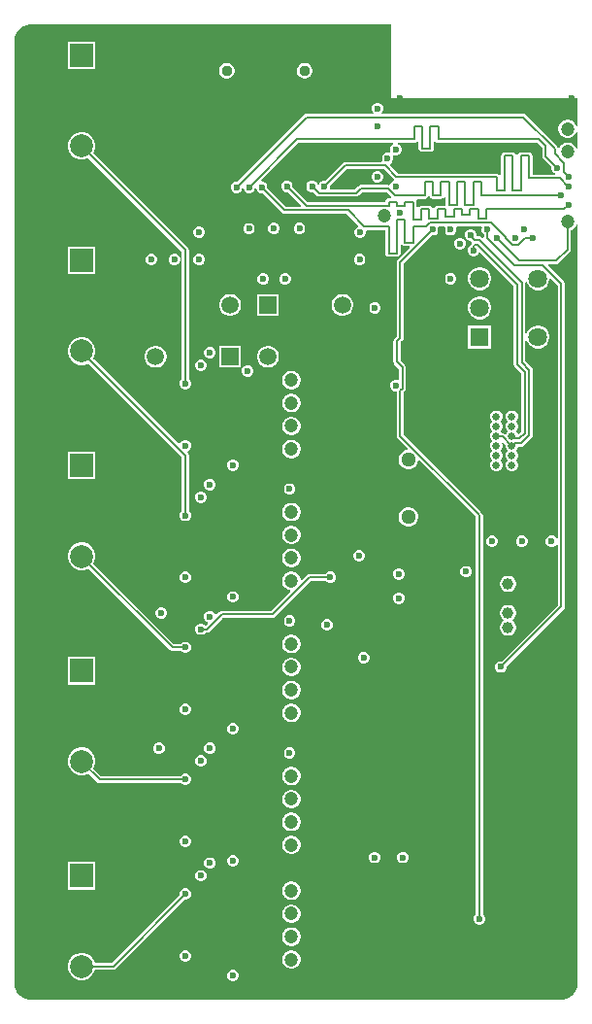
<source format=gbl>
G04*
G04 #@! TF.GenerationSoftware,Altium Limited,Altium Designer,25.3.3 (18)*
G04*
G04 Layer_Physical_Order=6*
G04 Layer_Color=16711680*
%FSLAX44Y44*%
%MOMM*%
G71*
G04*
G04 #@! TF.SameCoordinates,E74E417C-EFC3-4B03-BFDF-08B39AB8E956*
G04*
G04*
G04 #@! TF.FilePolarity,Positive*
G04*
G01*
G75*
%ADD14C,0.2000*%
%ADD84C,0.6000*%
%ADD87C,1.2000*%
%ADD88C,1.0000*%
%ADD96C,0.9500*%
%ADD97C,2.0000*%
%ADD98R,2.0000X2.0000*%
%ADD99C,0.6500*%
%ADD100R,0.6500X0.6500*%
%ADD101O,2.4000X0.9000*%
%ADD102O,1.7000X0.9000*%
%ADD103C,0.5000*%
%ADD104C,1.6350*%
%ADD105R,1.6350X1.6350*%
%ADD106R,1.5080X1.5080*%
%ADD107C,1.5080*%
%ADD108C,1.2800*%
G36*
X20003Y844902D02*
X20145Y844902D01*
X333791D01*
X334000Y781000D01*
X334155Y780845D01*
X496902D01*
Y756593D01*
X495632Y756426D01*
X495455Y757088D01*
X494402Y758912D01*
X492912Y760402D01*
X491088Y761455D01*
X489053Y762000D01*
X486947D01*
X484912Y761455D01*
X483088Y760402D01*
X481598Y758912D01*
X480545Y757088D01*
X480000Y755053D01*
Y752947D01*
X480545Y750912D01*
X481598Y749088D01*
X483088Y747598D01*
X484912Y746545D01*
X486947Y746000D01*
X489053D01*
X491088Y746545D01*
X492912Y747598D01*
X494402Y749088D01*
X495455Y750912D01*
X495632Y751574D01*
X496902Y751407D01*
Y736592D01*
X495632Y736425D01*
X495454Y737088D01*
X494401Y738912D01*
X492912Y740402D01*
X491088Y741455D01*
X489053Y742000D01*
X486946D01*
X484912Y741455D01*
X483088Y740402D01*
X481598Y738912D01*
X480974Y737831D01*
X480326Y737813D01*
X479579Y737955D01*
X479023Y738788D01*
X479023Y738788D01*
X451648Y766163D01*
X450656Y766826D01*
X449485Y767059D01*
X449485Y767059D01*
X326126D01*
X325600Y768329D01*
X326239Y768968D01*
X327000Y770805D01*
Y772794D01*
X326239Y774632D01*
X324832Y776039D01*
X322995Y776800D01*
X321005D01*
X319168Y776039D01*
X317761Y774632D01*
X317000Y772794D01*
Y770805D01*
X317761Y768968D01*
X318400Y768329D01*
X317874Y767059D01*
X260000D01*
X260000Y767059D01*
X258829Y766826D01*
X257837Y766163D01*
X199674Y708000D01*
X198005D01*
X196168Y707239D01*
X194761Y705832D01*
X194000Y703995D01*
Y702005D01*
X194761Y700168D01*
X196168Y698761D01*
X198005Y698000D01*
X199995D01*
X201832Y698761D01*
X203239Y700168D01*
X203827Y701587D01*
X205173D01*
X205761Y700168D01*
X207168Y698761D01*
X209005Y698000D01*
X210995D01*
X212832Y698761D01*
X214239Y700168D01*
X214827Y701587D01*
X216173D01*
X216761Y700168D01*
X218168Y698761D01*
X220005Y698000D01*
X221674D01*
X238837Y680837D01*
X239829Y680174D01*
X241000Y679941D01*
X295218D01*
X305142Y670017D01*
X304844Y668519D01*
X304168Y668239D01*
X302761Y666832D01*
X302000Y664995D01*
Y663005D01*
X302761Y661168D01*
X304168Y659761D01*
X306005Y659000D01*
X307994D01*
X309832Y659761D01*
X311239Y661168D01*
X312000Y663005D01*
Y664995D01*
X312633Y665941D01*
X328940D01*
Y645600D01*
X329172Y644429D01*
X329835Y643437D01*
X330828Y642774D01*
X331998Y642541D01*
X339078D01*
X340249Y642774D01*
X341241Y643437D01*
X341904Y644429D01*
X342137Y645600D01*
Y652787D01*
X342346Y652934D01*
X343995Y652732D01*
X344988Y652069D01*
X346158Y651836D01*
X349851D01*
X350337Y650663D01*
X339837Y640163D01*
X339174Y639170D01*
X338941Y638000D01*
X338941Y638000D01*
Y573252D01*
X336837Y571148D01*
X336174Y570156D01*
X335941Y568985D01*
X335941Y568985D01*
Y550950D01*
X335941Y550950D01*
X336174Y549780D01*
X336837Y548787D01*
X340941Y544683D01*
Y535969D01*
X339671Y535120D01*
X338995Y535400D01*
X337006D01*
X335168Y534639D01*
X333761Y533233D01*
X333000Y531395D01*
Y529406D01*
X333761Y527568D01*
X335168Y526161D01*
X337006Y525400D01*
X338941D01*
Y486294D01*
X338941Y486294D01*
X339174Y485123D01*
X339837Y484131D01*
X348395Y475573D01*
X348144Y474969D01*
X347798Y474374D01*
X345758Y473828D01*
X343842Y472722D01*
X342278Y471158D01*
X341172Y469242D01*
X340600Y467106D01*
Y464894D01*
X341172Y462758D01*
X342278Y460842D01*
X343842Y459278D01*
X345758Y458172D01*
X347894Y457600D01*
X350106D01*
X352242Y458172D01*
X354158Y459278D01*
X355722Y460842D01*
X356828Y462758D01*
X357374Y464798D01*
X357969Y465144D01*
X358573Y465395D01*
X407941Y416026D01*
Y69512D01*
X406761Y68332D01*
X406000Y66494D01*
Y64505D01*
X406761Y62668D01*
X408168Y61261D01*
X410005Y60500D01*
X411995D01*
X413832Y61261D01*
X415239Y62668D01*
X416000Y64505D01*
Y66494D01*
X415239Y68332D01*
X414059Y69512D01*
Y417293D01*
X414059Y417294D01*
X413826Y418464D01*
X413163Y419456D01*
X345059Y487561D01*
Y524648D01*
X346163Y525752D01*
X346163Y525752D01*
X346826Y526744D01*
X347059Y527915D01*
Y545950D01*
X346826Y547121D01*
X346163Y548113D01*
X346163Y548113D01*
X342059Y552217D01*
Y567718D01*
X344163Y569822D01*
X344826Y570815D01*
X345059Y571985D01*
X345059Y571985D01*
Y636733D01*
X369326Y661000D01*
X370994D01*
X372832Y661761D01*
X374239Y663167D01*
X375000Y665005D01*
Y666994D01*
X374720Y667671D01*
X375568Y668941D01*
X380432D01*
X381280Y667671D01*
X381000Y666994D01*
Y665005D01*
X381761Y663167D01*
X383168Y661761D01*
X385005Y661000D01*
X386995D01*
X388832Y661761D01*
X390239Y663167D01*
X391000Y665005D01*
Y666994D01*
X390720Y667671D01*
X391568Y668941D01*
X412431D01*
X413280Y667671D01*
X413000Y666994D01*
Y665005D01*
X413761Y663167D01*
X414941Y661988D01*
Y659323D01*
X413671Y658797D01*
X413041Y659426D01*
X412049Y660089D01*
X410879Y660322D01*
X410878Y660322D01*
X408598D01*
X408485Y660491D01*
Y662480D01*
X407724Y664317D01*
X406317Y665724D01*
X404480Y666485D01*
X402491D01*
X400653Y665724D01*
X399246Y664317D01*
X398485Y662480D01*
Y660491D01*
X399246Y658653D01*
X400653Y657246D01*
X402491Y656485D01*
X403077D01*
X403871Y655691D01*
X404191Y654411D01*
X403987Y653890D01*
X403567Y653262D01*
X403381Y652327D01*
X403168Y652239D01*
X401761Y650832D01*
X401000Y648995D01*
Y647005D01*
X401761Y645168D01*
X403168Y643761D01*
X405005Y643000D01*
X406995D01*
X408832Y643761D01*
X410239Y645168D01*
X410519Y645844D01*
X412017Y646142D01*
X440941Y617218D01*
Y548646D01*
X440941Y548645D01*
X441174Y547475D01*
X441837Y546483D01*
X447491Y540828D01*
Y489978D01*
X445562Y488049D01*
X444064Y488347D01*
X443700Y489224D01*
X442425Y490500D01*
X443700Y491776D01*
X444500Y493705D01*
Y495794D01*
X443700Y497724D01*
X442424Y499000D01*
X443700Y500276D01*
X444500Y502206D01*
Y504295D01*
X443700Y506224D01*
X442224Y507701D01*
X440294Y508500D01*
X438205D01*
X436276Y507701D01*
X434799Y506224D01*
X434000Y504295D01*
Y502206D01*
X434799Y500276D01*
X436075Y499000D01*
X434799Y497724D01*
X434000Y495794D01*
Y493705D01*
X434799Y491776D01*
X436075Y490500D01*
X434799Y489224D01*
X434436Y488347D01*
X433814Y488091D01*
X432914Y487990D01*
X432171Y488487D01*
X431000Y488719D01*
X431000Y488719D01*
X430410D01*
X430201Y489224D01*
X428925Y490500D01*
X430201Y491776D01*
X431000Y493705D01*
Y495794D01*
X430201Y497724D01*
X428925Y499000D01*
X430201Y500276D01*
X431000Y502206D01*
Y504295D01*
X430201Y506224D01*
X428724Y507701D01*
X426795Y508500D01*
X424706D01*
X422776Y507701D01*
X421300Y506224D01*
X420500Y504295D01*
Y502206D01*
X421300Y500276D01*
X422576Y499000D01*
X421300Y497724D01*
X420500Y495794D01*
Y493705D01*
X421300Y491776D01*
X422575Y490500D01*
X421300Y489224D01*
X420500Y487294D01*
Y485206D01*
X421300Y483276D01*
X422575Y482000D01*
X421300Y480724D01*
X420500Y478794D01*
Y476706D01*
X421300Y474776D01*
X422575Y473500D01*
X421300Y472224D01*
X420500Y470295D01*
Y468206D01*
X421300Y466276D01*
X422576Y465000D01*
X421300Y463724D01*
X420500Y461794D01*
Y459706D01*
X421300Y457776D01*
X422776Y456299D01*
X424706Y455500D01*
X426795D01*
X428724Y456299D01*
X430201Y457776D01*
X431000Y459706D01*
Y461794D01*
X430201Y463724D01*
X428925Y465000D01*
X430201Y466276D01*
X431000Y468206D01*
Y470295D01*
X430201Y472224D01*
X428925Y473500D01*
X430201Y474776D01*
X431000Y476706D01*
Y478794D01*
X430474Y480065D01*
X431550Y480785D01*
X434000Y478335D01*
Y476706D01*
X434799Y474776D01*
X436075Y473500D01*
X434799Y472224D01*
X434000Y470295D01*
Y468206D01*
X434799Y466276D01*
X436075Y465000D01*
X434799Y463724D01*
X434000Y461794D01*
Y459706D01*
X434799Y457776D01*
X436276Y456299D01*
X438205Y455500D01*
X440294D01*
X442224Y456299D01*
X443700Y457776D01*
X444500Y459706D01*
Y461794D01*
X443700Y463724D01*
X442424Y465000D01*
X443700Y466276D01*
X444500Y468206D01*
Y470295D01*
X443700Y472224D01*
X442425Y473500D01*
X443700Y474776D01*
X444500Y476706D01*
Y476941D01*
X447495D01*
X447496Y476941D01*
X448666Y477174D01*
X449659Y477837D01*
X456713Y484892D01*
X456713Y484892D01*
X457376Y485884D01*
X457609Y487054D01*
Y543752D01*
X457609Y543752D01*
X457376Y544923D01*
X456713Y545915D01*
X451059Y551569D01*
Y569213D01*
X452329Y569380D01*
X452518Y568673D01*
X453858Y566353D01*
X455752Y564458D01*
X458073Y563119D01*
X460660Y562425D01*
X463340D01*
X465927Y563119D01*
X468248Y564458D01*
X470142Y566353D01*
X471482Y568673D01*
X472175Y571260D01*
Y573940D01*
X471482Y576527D01*
X470142Y578848D01*
X468248Y580742D01*
X465927Y582082D01*
X463340Y582775D01*
X460660D01*
X458073Y582082D01*
X455752Y580742D01*
X453858Y578848D01*
X452518Y576527D01*
X452329Y575820D01*
X451059Y575987D01*
Y620142D01*
X451059Y620142D01*
X452291Y620322D01*
X452518Y619473D01*
X453858Y617152D01*
X455752Y615258D01*
X458073Y613918D01*
X460660Y613225D01*
X463340D01*
X465927Y613918D01*
X468248Y615258D01*
X470142Y617152D01*
X471482Y619473D01*
X472175Y622061D01*
Y623044D01*
X473348Y623530D01*
X479441Y617437D01*
Y397748D01*
X478508Y397425D01*
X478171Y397400D01*
X476832Y398739D01*
X474995Y399500D01*
X473005D01*
X471168Y398739D01*
X469761Y397332D01*
X469000Y395494D01*
Y393505D01*
X469761Y391668D01*
X471168Y390261D01*
X473005Y389500D01*
X474995D01*
X476832Y390261D01*
X478171Y391600D01*
X478508Y391575D01*
X479441Y391252D01*
Y338767D01*
X430674Y290000D01*
X429005D01*
X427168Y289239D01*
X425761Y287832D01*
X425000Y285995D01*
Y284005D01*
X425761Y282168D01*
X427168Y280761D01*
X429005Y280000D01*
X430995D01*
X432832Y280761D01*
X434239Y282168D01*
X435000Y284005D01*
Y285674D01*
X484663Y335337D01*
X484663Y335337D01*
X485326Y336329D01*
X485559Y337500D01*
X485559Y337500D01*
Y618704D01*
X485559Y618704D01*
X485326Y619874D01*
X484663Y620867D01*
X484663Y620867D01*
X470762Y634768D01*
X471248Y635941D01*
X478000D01*
X478000Y635941D01*
X479170Y636174D01*
X480163Y636837D01*
X490163Y646837D01*
X490163Y646837D01*
X490826Y647830D01*
X491059Y649000D01*
Y665537D01*
X491088Y665545D01*
X492912Y666598D01*
X494402Y668088D01*
X495455Y669912D01*
X495632Y670574D01*
X496902Y670407D01*
X496903Y10000D01*
Y8532D01*
X496330Y5653D01*
X495206Y2941D01*
X493576Y500D01*
X491500Y-1575D01*
X489059Y-3206D01*
X486347Y-4329D01*
X483468Y-4902D01*
X482063Y-4902D01*
X20319Y-4902D01*
X20317Y-4902D01*
X20315Y-4902D01*
X19996Y-4902D01*
X18532D01*
X15653Y-4330D01*
X12941Y-3206D01*
X10500Y-1575D01*
X8425Y500D01*
X6794Y2941D01*
X5670Y5653D01*
X5098Y8532D01*
X5098Y10000D01*
X5098Y830000D01*
Y831468D01*
X5671Y834347D01*
X6794Y837059D01*
X8425Y839500D01*
X10500Y841575D01*
X12941Y843206D01*
X15653Y844330D01*
X18532Y844902D01*
X20000Y844902D01*
X20001Y844902D01*
X20003Y844902D01*
D02*
G37*
G36*
X336212Y740671D02*
X335168Y740239D01*
X333761Y738832D01*
X333000Y736995D01*
Y735005D01*
X333524Y733741D01*
X332552Y732769D01*
X331995Y733000D01*
X330005D01*
X328168Y732239D01*
X326761Y730832D01*
X326000Y728994D01*
Y727005D01*
X326280Y726329D01*
X325432Y725059D01*
X294000D01*
X294000Y725059D01*
X292829Y724826D01*
X291837Y724163D01*
X276674Y709000D01*
X275005D01*
X273168Y708239D01*
X271761Y706832D01*
X271173Y705413D01*
X269827D01*
X269239Y706832D01*
X267832Y708239D01*
X265995Y709000D01*
X264005D01*
X262168Y708239D01*
X260761Y706832D01*
X260000Y704995D01*
Y703005D01*
X260761Y701168D01*
X262168Y699761D01*
X264005Y699000D01*
X265674D01*
X268837Y695837D01*
X268837Y695837D01*
X269830Y695174D01*
X271000Y694941D01*
X271000Y694941D01*
X303485D01*
X303485Y694941D01*
X304656Y695174D01*
X305648Y695837D01*
X308652Y698841D01*
X330348D01*
X334353Y694836D01*
X333827Y693566D01*
X331989D01*
X330819Y693333D01*
X329827Y692670D01*
X329164Y691678D01*
X328931Y690507D01*
Y690059D01*
X261267D01*
X248000Y703326D01*
Y704995D01*
X247239Y706832D01*
X245832Y708239D01*
X243995Y709000D01*
X242005D01*
X240168Y708239D01*
X238761Y706832D01*
X238000Y704995D01*
Y703005D01*
X238761Y701168D01*
X240168Y699761D01*
X242005Y699000D01*
X243674D01*
X255442Y687232D01*
X254956Y686059D01*
X242267D01*
X226000Y702326D01*
Y703995D01*
X225239Y705832D01*
X223832Y707239D01*
X221995Y708000D01*
X221122D01*
X220596Y709270D01*
X253267Y741941D01*
X335959D01*
X336212Y740671D01*
D02*
G37*
G36*
X358021Y742892D02*
Y737000D01*
X358254Y735830D01*
X358917Y734837D01*
X359910Y734174D01*
X361080Y733941D01*
X368160D01*
X369331Y734174D01*
X370323Y734837D01*
X370986Y735830D01*
X371219Y737000D01*
Y742892D01*
X371427Y743039D01*
X373077Y742837D01*
X374070Y742174D01*
X375240Y741941D01*
X461561D01*
X465941Y737561D01*
Y730000D01*
X465941Y730000D01*
X466174Y728829D01*
X466837Y727837D01*
X474000Y720674D01*
Y719005D01*
X474761Y717168D01*
X476168Y715761D01*
X477212Y715329D01*
X476959Y714059D01*
X457377D01*
Y730528D01*
X457144Y731699D01*
X456481Y732691D01*
X455489Y733354D01*
X454318Y733587D01*
X447238D01*
X446068Y733354D01*
X445075Y732691D01*
X444412Y731699D01*
X444346Y731364D01*
X443051D01*
X442984Y731699D01*
X442321Y732691D01*
X441329Y733354D01*
X440158Y733587D01*
X433078D01*
X431908Y733354D01*
X430915Y732691D01*
X430252Y731699D01*
X430019Y730528D01*
Y714108D01*
X429811Y713961D01*
X428161Y714163D01*
X427169Y714826D01*
X425998Y715059D01*
X418918D01*
X418918Y715059D01*
X339782D01*
X332858Y721983D01*
X333156Y723481D01*
X333832Y723761D01*
X335239Y725168D01*
X336000Y727005D01*
Y728994D01*
X335476Y730259D01*
X336448Y731231D01*
X337006Y731000D01*
X338995D01*
X340832Y731761D01*
X342239Y733168D01*
X343000Y735005D01*
Y736995D01*
X342239Y738832D01*
X340832Y740239D01*
X339788Y740671D01*
X340041Y741941D01*
X354000D01*
X355171Y742174D01*
X356163Y742837D01*
X357813Y743039D01*
X358021Y742892D01*
D02*
G37*
G36*
X336163Y710026D02*
X336159Y709206D01*
X335964Y708569D01*
X335168Y708239D01*
X333761Y706832D01*
X333339Y705812D01*
X332921Y704991D01*
X331730Y704936D01*
X331615Y704959D01*
X331615Y704959D01*
X307385D01*
X307385Y704959D01*
X306215Y704726D01*
X305222Y704063D01*
X305222Y704063D01*
X302218Y701059D01*
X281568D01*
X280720Y702329D01*
X281000Y703005D01*
Y704674D01*
X295267Y718941D01*
X327248D01*
X336163Y710026D01*
D02*
G37*
G36*
X367560Y694829D02*
X368223Y693837D01*
X369215Y693174D01*
X370386Y692941D01*
X377466D01*
X378636Y693174D01*
X379628Y693837D01*
X381278Y694039D01*
X381487Y693892D01*
Y688000D01*
X380379Y687059D01*
X374469D01*
X373299Y686826D01*
X372307Y686163D01*
X371643Y685171D01*
X371577Y684836D01*
X370282D01*
X370215Y685171D01*
X369552Y686163D01*
X368560Y686826D01*
X367389Y687059D01*
X360309D01*
X359139Y686826D01*
X358147Y686163D01*
X356497Y685961D01*
X356288Y686108D01*
Y690507D01*
X356055Y691678D01*
X356739Y692941D01*
X363306D01*
X364476Y693174D01*
X365468Y693837D01*
X366132Y694829D01*
X366198Y695164D01*
X367493D01*
X367560Y694829D01*
D02*
G37*
%LPC*%
G36*
X76000Y830000D02*
X52000D01*
Y806000D01*
X76000D01*
Y830000D01*
D02*
G37*
G36*
X259445Y811370D02*
X257667D01*
X255951Y810910D01*
X254411Y810021D01*
X253155Y808764D01*
X252266Y807225D01*
X251806Y805508D01*
Y803731D01*
X252266Y802014D01*
X253155Y800475D01*
X254411Y799219D01*
X255951Y798330D01*
X257667Y797870D01*
X259445D01*
X261161Y798330D01*
X262701Y799219D01*
X263957Y800475D01*
X264846Y802014D01*
X265306Y803731D01*
Y805508D01*
X264846Y807225D01*
X263957Y808764D01*
X262701Y810021D01*
X261161Y810910D01*
X259445Y811370D01*
D02*
G37*
G36*
X191445D02*
X189667D01*
X187951Y810910D01*
X186411Y810021D01*
X185155Y808764D01*
X184266Y807225D01*
X183806Y805508D01*
Y803731D01*
X184266Y802014D01*
X185155Y800475D01*
X186411Y799219D01*
X187951Y798330D01*
X189667Y797870D01*
X191445D01*
X193161Y798330D01*
X194701Y799219D01*
X195957Y800475D01*
X196846Y802014D01*
X197306Y803731D01*
Y805508D01*
X196846Y807225D01*
X195957Y808764D01*
X194701Y810021D01*
X193161Y810910D01*
X191445Y811370D01*
D02*
G37*
G36*
X232751Y672100D02*
X230762D01*
X228924Y671339D01*
X227518Y669932D01*
X226756Y668095D01*
Y666105D01*
X227518Y664268D01*
X228924Y662861D01*
X230762Y662100D01*
X232751D01*
X234589Y662861D01*
X235995Y664268D01*
X236756Y666105D01*
Y668095D01*
X235995Y669932D01*
X234589Y671339D01*
X232751Y672100D01*
D02*
G37*
G36*
X254995Y672100D02*
X253006D01*
X251168Y671339D01*
X249761Y669932D01*
X249000Y668094D01*
Y666105D01*
X249761Y664268D01*
X251168Y662861D01*
X253006Y662100D01*
X254995D01*
X256833Y662861D01*
X258239Y664268D01*
X259000Y666105D01*
Y668094D01*
X258239Y669932D01*
X256833Y671339D01*
X254995Y672100D01*
D02*
G37*
G36*
X210995Y671900D02*
X209006D01*
X207168Y671139D01*
X205761Y669732D01*
X205000Y667895D01*
Y665905D01*
X205761Y664068D01*
X207168Y662661D01*
X209006Y661900D01*
X210995D01*
X212832Y662661D01*
X214239Y664068D01*
X215000Y665905D01*
Y667895D01*
X214239Y669732D01*
X212832Y671139D01*
X210995Y671900D01*
D02*
G37*
G36*
X167495Y669000D02*
X165506D01*
X163668Y668239D01*
X162261Y666832D01*
X161500Y664995D01*
Y663005D01*
X162261Y661168D01*
X163668Y659761D01*
X165506Y659000D01*
X167495D01*
X169332Y659761D01*
X170739Y661168D01*
X171500Y663005D01*
Y664995D01*
X170739Y666832D01*
X169332Y668239D01*
X167495Y669000D01*
D02*
G37*
G36*
X394995Y659000D02*
X393005D01*
X391168Y658239D01*
X389761Y656832D01*
X389000Y654995D01*
Y653005D01*
X389761Y651168D01*
X391168Y649761D01*
X393005Y649000D01*
X394995D01*
X396832Y649761D01*
X398239Y651168D01*
X399000Y653005D01*
Y654995D01*
X398239Y656832D01*
X396832Y658239D01*
X394995Y659000D01*
D02*
G37*
G36*
X307495Y645000D02*
X305505D01*
X303668Y644239D01*
X302261Y642832D01*
X301500Y640995D01*
Y639005D01*
X302261Y637168D01*
X303668Y635761D01*
X305505Y635000D01*
X307495D01*
X309332Y635761D01*
X310739Y637168D01*
X311500Y639005D01*
Y640995D01*
X310739Y642832D01*
X309332Y644239D01*
X307495Y645000D01*
D02*
G37*
G36*
X167495D02*
X165506D01*
X163668Y644239D01*
X162261Y642832D01*
X161500Y640995D01*
Y639005D01*
X162261Y637168D01*
X163668Y635761D01*
X165506Y635000D01*
X167495D01*
X169332Y635761D01*
X170739Y637168D01*
X171500Y639005D01*
Y640995D01*
X170739Y642832D01*
X169332Y644239D01*
X167495Y645000D01*
D02*
G37*
G36*
X145995Y645000D02*
X144005D01*
X142168Y644239D01*
X140761Y642832D01*
X140000Y640994D01*
Y639005D01*
X140761Y637168D01*
X142168Y635761D01*
X144005Y635000D01*
X145995D01*
X147832Y635761D01*
X149239Y637168D01*
X150000Y639005D01*
Y640994D01*
X149239Y642832D01*
X147832Y644239D01*
X145995Y645000D01*
D02*
G37*
G36*
X125995D02*
X124005D01*
X122168Y644239D01*
X120761Y642832D01*
X120000Y640994D01*
Y639005D01*
X120761Y637168D01*
X122168Y635761D01*
X124005Y635000D01*
X125995D01*
X127832Y635761D01*
X129239Y637168D01*
X130000Y639005D01*
Y640994D01*
X129239Y642832D01*
X127832Y644239D01*
X125995Y645000D01*
D02*
G37*
G36*
X76000Y651250D02*
X52000D01*
Y627250D01*
X76000D01*
Y651250D01*
D02*
G37*
G36*
X386995Y628400D02*
X385006D01*
X383168Y627639D01*
X381761Y626232D01*
X381000Y624395D01*
Y622406D01*
X381761Y620568D01*
X383168Y619161D01*
X385006Y618400D01*
X386995D01*
X388832Y619161D01*
X390239Y620568D01*
X391000Y622406D01*
Y624395D01*
X390239Y626232D01*
X388832Y627639D01*
X386995Y628400D01*
D02*
G37*
G36*
X242495Y628000D02*
X240506D01*
X238668Y627239D01*
X237261Y625832D01*
X236500Y623995D01*
Y622005D01*
X237261Y620168D01*
X238668Y618761D01*
X240506Y618000D01*
X242495D01*
X244332Y618761D01*
X245739Y620168D01*
X246500Y622005D01*
Y623995D01*
X245739Y625832D01*
X244332Y627239D01*
X242495Y628000D01*
D02*
G37*
G36*
X223495D02*
X221506D01*
X219668Y627239D01*
X218261Y625832D01*
X217500Y623995D01*
Y622005D01*
X218261Y620168D01*
X219668Y618761D01*
X221506Y618000D01*
X223495D01*
X225332Y618761D01*
X226739Y620168D01*
X227500Y622005D01*
Y623995D01*
X226739Y625832D01*
X225332Y627239D01*
X223495Y628000D01*
D02*
G37*
G36*
X412539Y633575D02*
X409860D01*
X407273Y632882D01*
X404952Y631542D01*
X403058Y629648D01*
X401718Y627327D01*
X401025Y624740D01*
Y622061D01*
X401718Y619473D01*
X403058Y617152D01*
X404952Y615258D01*
X407273Y613918D01*
X409860Y613225D01*
X412539D01*
X415127Y613918D01*
X417448Y615258D01*
X419342Y617152D01*
X420682Y619473D01*
X421375Y622061D01*
Y624740D01*
X420682Y627327D01*
X419342Y629648D01*
X417448Y631542D01*
X415127Y632882D01*
X412539Y633575D01*
D02*
G37*
G36*
X320994Y603000D02*
X319005D01*
X317167Y602239D01*
X315761Y600832D01*
X315000Y598995D01*
Y597006D01*
X315761Y595168D01*
X317167Y593761D01*
X319005Y593000D01*
X320994D01*
X322832Y593761D01*
X324239Y595168D01*
X325000Y597006D01*
Y598995D01*
X324239Y600832D01*
X322832Y602239D01*
X320994Y603000D01*
D02*
G37*
G36*
X292756Y610040D02*
X290244D01*
X287818Y609390D01*
X285642Y608134D01*
X283866Y606358D01*
X282610Y604183D01*
X281960Y601756D01*
Y599244D01*
X282610Y596818D01*
X283866Y594642D01*
X285642Y592866D01*
X287818Y591610D01*
X290244Y590960D01*
X292756D01*
X295182Y591610D01*
X297358Y592866D01*
X299134Y594642D01*
X300390Y596818D01*
X301040Y599244D01*
Y601756D01*
X300390Y604183D01*
X299134Y606358D01*
X297358Y608134D01*
X295182Y609390D01*
X292756Y610040D01*
D02*
G37*
G36*
X236040D02*
X216960D01*
Y590960D01*
X236040D01*
Y610040D01*
D02*
G37*
G36*
X194756Y610040D02*
X192244D01*
X189818Y609390D01*
X187642Y608134D01*
X185866Y606358D01*
X184610Y604182D01*
X183960Y601756D01*
Y599244D01*
X184610Y596818D01*
X185866Y594642D01*
X187642Y592866D01*
X189818Y591610D01*
X192244Y590960D01*
X194756D01*
X197182Y591610D01*
X199358Y592866D01*
X201134Y594642D01*
X202390Y596818D01*
X203040Y599244D01*
Y601756D01*
X202390Y604182D01*
X201134Y606358D01*
X199358Y608134D01*
X197182Y609390D01*
X194756Y610040D01*
D02*
G37*
G36*
X412539Y608175D02*
X409860D01*
X407273Y607482D01*
X404952Y606142D01*
X403058Y604248D01*
X401718Y601927D01*
X401025Y599340D01*
Y596660D01*
X401718Y594073D01*
X403058Y591753D01*
X404952Y589858D01*
X407273Y588518D01*
X409860Y587825D01*
X412539D01*
X415127Y588518D01*
X417448Y589858D01*
X419342Y591753D01*
X420682Y594073D01*
X421375Y596660D01*
Y599340D01*
X420682Y601927D01*
X419342Y604248D01*
X417448Y606142D01*
X415127Y607482D01*
X412539Y608175D01*
D02*
G37*
G36*
X421375Y582775D02*
X401025D01*
Y562425D01*
X421375D01*
Y582775D01*
D02*
G37*
G36*
X176995Y564000D02*
X175005D01*
X173168Y563239D01*
X171761Y561832D01*
X171000Y559995D01*
Y558005D01*
X171761Y556168D01*
X173168Y554761D01*
X175005Y554000D01*
X176995D01*
X178832Y554761D01*
X180239Y556168D01*
X181000Y558005D01*
Y559995D01*
X180239Y561832D01*
X178832Y563239D01*
X176995Y564000D01*
D02*
G37*
G36*
X203040Y565040D02*
X183960D01*
Y545960D01*
X203040D01*
Y565040D01*
D02*
G37*
G36*
X129756D02*
X127244D01*
X124818Y564390D01*
X122642Y563134D01*
X120866Y561358D01*
X119610Y559183D01*
X118960Y556756D01*
Y554244D01*
X119610Y551818D01*
X120866Y549642D01*
X122642Y547866D01*
X124818Y546610D01*
X127244Y545960D01*
X129756D01*
X132182Y546610D01*
X134358Y547866D01*
X136134Y549642D01*
X137390Y551818D01*
X138040Y554244D01*
Y556756D01*
X137390Y559183D01*
X136134Y561358D01*
X134358Y563134D01*
X132182Y564390D01*
X129756Y565040D01*
D02*
G37*
G36*
X227756Y565040D02*
X225244D01*
X222818Y564390D01*
X220643Y563134D01*
X218866Y561358D01*
X217610Y559182D01*
X216960Y556756D01*
Y554244D01*
X217610Y551818D01*
X218866Y549642D01*
X220643Y547866D01*
X222818Y546610D01*
X225244Y545960D01*
X227756D01*
X230182Y546610D01*
X232358Y547866D01*
X234134Y549642D01*
X235390Y551818D01*
X236040Y554244D01*
Y556756D01*
X235390Y559182D01*
X234134Y561358D01*
X232358Y563134D01*
X230182Y564390D01*
X227756Y565040D01*
D02*
G37*
G36*
X168995Y553000D02*
X167005D01*
X165168Y552239D01*
X163761Y550832D01*
X163000Y548995D01*
Y547005D01*
X163761Y545168D01*
X165168Y543761D01*
X167005Y543000D01*
X168995D01*
X170832Y543761D01*
X172239Y545168D01*
X173000Y547005D01*
Y548995D01*
X172239Y550832D01*
X170832Y552239D01*
X168995Y553000D01*
D02*
G37*
G36*
X209995Y548000D02*
X208006D01*
X206168Y547239D01*
X204761Y545832D01*
X204000Y543995D01*
Y542005D01*
X204761Y540168D01*
X206168Y538761D01*
X208006Y538000D01*
X209995D01*
X211832Y538761D01*
X213239Y540168D01*
X214000Y542005D01*
Y543995D01*
X213239Y545832D01*
X211832Y547239D01*
X209995Y548000D01*
D02*
G37*
G36*
X65580Y751000D02*
X62421D01*
X59369Y750182D01*
X56632Y748603D01*
X54398Y746368D01*
X52818Y743632D01*
X52000Y740580D01*
Y737420D01*
X52818Y734368D01*
X54398Y731632D01*
X56632Y729398D01*
X59369Y727818D01*
X62421Y727000D01*
X65580D01*
X68632Y727818D01*
X70043Y728632D01*
X151441Y647233D01*
Y536012D01*
X150261Y534832D01*
X149500Y532995D01*
Y531006D01*
X150261Y529168D01*
X151668Y527761D01*
X153505Y527000D01*
X155495D01*
X157332Y527761D01*
X158739Y529168D01*
X159500Y531006D01*
Y532995D01*
X158739Y534832D01*
X157559Y536012D01*
Y648500D01*
X157559Y648500D01*
X157326Y649671D01*
X156663Y650663D01*
X74368Y732958D01*
X75182Y734368D01*
X76000Y737420D01*
Y740580D01*
X75182Y743632D01*
X73603Y746368D01*
X71368Y748603D01*
X68632Y750182D01*
X65580Y751000D01*
D02*
G37*
G36*
X248053Y543000D02*
X245947D01*
X243912Y542455D01*
X242088Y541402D01*
X240598Y539912D01*
X239545Y538088D01*
X239000Y536053D01*
Y533947D01*
X239545Y531912D01*
X240598Y530088D01*
X242088Y528598D01*
X243912Y527545D01*
X245947Y527000D01*
X248053D01*
X250088Y527545D01*
X251912Y528598D01*
X253401Y530088D01*
X254455Y531912D01*
X255000Y533947D01*
Y536053D01*
X254455Y538088D01*
X253401Y539912D01*
X251912Y541402D01*
X250088Y542455D01*
X248053Y543000D01*
D02*
G37*
G36*
Y523000D02*
X245947D01*
X243912Y522455D01*
X242088Y521402D01*
X240598Y519912D01*
X239545Y518088D01*
X239000Y516054D01*
Y513947D01*
X239545Y511912D01*
X240598Y510088D01*
X242088Y508599D01*
X243912Y507545D01*
X245947Y507000D01*
X248053D01*
X250088Y507545D01*
X251912Y508599D01*
X253401Y510088D01*
X254455Y511912D01*
X255000Y513947D01*
Y516054D01*
X254455Y518088D01*
X253401Y519912D01*
X251912Y521402D01*
X250088Y522455D01*
X248053Y523000D01*
D02*
G37*
G36*
X248053Y503000D02*
X245947D01*
X243912Y502455D01*
X242088Y501402D01*
X240599Y499912D01*
X239545Y498088D01*
X239000Y496053D01*
Y493947D01*
X239545Y491912D01*
X240599Y490088D01*
X242088Y488599D01*
X243912Y487545D01*
X245947Y487000D01*
X248053D01*
X250088Y487545D01*
X251912Y488599D01*
X253402Y490088D01*
X254455Y491912D01*
X255000Y493947D01*
Y496053D01*
X254455Y498088D01*
X253402Y499912D01*
X251912Y501402D01*
X250088Y502455D01*
X248053Y503000D01*
D02*
G37*
G36*
X248053Y483000D02*
X245947D01*
X243912Y482454D01*
X242088Y481401D01*
X240598Y479912D01*
X239545Y478088D01*
X239000Y476053D01*
Y473946D01*
X239545Y471912D01*
X240598Y470088D01*
X242088Y468598D01*
X243912Y467545D01*
X245947Y467000D01*
X248053D01*
X250088Y467545D01*
X251912Y468598D01*
X253401Y470088D01*
X254455Y471912D01*
X255000Y473946D01*
Y476053D01*
X254455Y478088D01*
X253401Y479912D01*
X251912Y481401D01*
X250088Y482454D01*
X248053Y483000D01*
D02*
G37*
G36*
X196895Y466000D02*
X194905D01*
X193068Y465239D01*
X191661Y463832D01*
X190900Y461995D01*
Y460006D01*
X191661Y458168D01*
X193068Y456761D01*
X194905Y456000D01*
X196895D01*
X198732Y456761D01*
X200139Y458168D01*
X200900Y460006D01*
Y461995D01*
X200139Y463832D01*
X198732Y465239D01*
X196895Y466000D01*
D02*
G37*
G36*
X76000Y472500D02*
X52000D01*
Y448500D01*
X76000D01*
Y472500D01*
D02*
G37*
G36*
X176995Y449000D02*
X175006D01*
X173168Y448239D01*
X171762Y446832D01*
X171000Y444995D01*
Y443005D01*
X171762Y441168D01*
X173168Y439761D01*
X175006Y439000D01*
X176995D01*
X178833Y439761D01*
X180239Y441168D01*
X181000Y443005D01*
Y444995D01*
X180239Y446832D01*
X178833Y448239D01*
X176995Y449000D01*
D02*
G37*
G36*
X246494Y445000D02*
X244505D01*
X242668Y444239D01*
X241261Y442832D01*
X240500Y440995D01*
Y439006D01*
X241261Y437168D01*
X242668Y435761D01*
X244505Y435000D01*
X246494D01*
X248332Y435761D01*
X249739Y437168D01*
X250500Y439006D01*
Y440995D01*
X249739Y442832D01*
X248332Y444239D01*
X246494Y445000D01*
D02*
G37*
G36*
X168995Y438000D02*
X167006D01*
X165168Y437239D01*
X163762Y435832D01*
X163000Y433994D01*
Y432005D01*
X163762Y430168D01*
X165168Y428761D01*
X167006Y428000D01*
X168995D01*
X170833Y428761D01*
X172239Y430168D01*
X173000Y432005D01*
Y433994D01*
X172239Y435832D01*
X170833Y437239D01*
X168995Y438000D01*
D02*
G37*
G36*
X65580Y572250D02*
X62421D01*
X59369Y571432D01*
X56632Y569852D01*
X54398Y567618D01*
X52818Y564882D01*
X52000Y561830D01*
Y558670D01*
X52818Y555618D01*
X54398Y552882D01*
X56632Y550648D01*
X59369Y549068D01*
X62421Y548250D01*
X65580D01*
X68632Y549068D01*
X69893Y549796D01*
X151441Y468248D01*
Y421012D01*
X150261Y419832D01*
X149500Y417995D01*
Y416006D01*
X150261Y414168D01*
X151668Y412761D01*
X153505Y412000D01*
X155494D01*
X157332Y412761D01*
X158739Y414168D01*
X159500Y416006D01*
Y417995D01*
X158739Y419832D01*
X157559Y421012D01*
Y469515D01*
X157326Y470686D01*
X156663Y471678D01*
X156358Y471983D01*
X156656Y473481D01*
X157332Y473761D01*
X158739Y475168D01*
X159500Y477006D01*
Y478995D01*
X158739Y480832D01*
X157332Y482239D01*
X155495Y483000D01*
X153505D01*
X151668Y482239D01*
X150261Y480832D01*
X149981Y480156D01*
X148483Y479858D01*
X74282Y554059D01*
X75182Y555618D01*
X76000Y558670D01*
Y561830D01*
X75182Y564882D01*
X73603Y567618D01*
X71368Y569852D01*
X68632Y571432D01*
X65580Y572250D01*
D02*
G37*
G36*
X248053Y428000D02*
X245947D01*
X243912Y427455D01*
X242088Y426402D01*
X240599Y424912D01*
X239545Y423088D01*
X239000Y421053D01*
Y418947D01*
X239545Y416912D01*
X240599Y415088D01*
X242088Y413598D01*
X243912Y412545D01*
X245947Y412000D01*
X248053D01*
X250088Y412545D01*
X251912Y413598D01*
X253402Y415088D01*
X254455Y416912D01*
X255000Y418947D01*
Y421053D01*
X254455Y423088D01*
X253402Y424912D01*
X251912Y426402D01*
X250088Y427455D01*
X248053Y428000D01*
D02*
G37*
G36*
X350106Y424400D02*
X347894D01*
X345758Y423828D01*
X343842Y422722D01*
X342278Y421158D01*
X341172Y419242D01*
X340600Y417106D01*
Y414894D01*
X341172Y412758D01*
X342278Y410842D01*
X343842Y409278D01*
X345758Y408172D01*
X347894Y407600D01*
X350106D01*
X352242Y408172D01*
X354158Y409278D01*
X355722Y410842D01*
X356828Y412758D01*
X357400Y414894D01*
Y417106D01*
X356828Y419242D01*
X355722Y421158D01*
X354158Y422722D01*
X352242Y423828D01*
X350106Y424400D01*
D02*
G37*
G36*
X248053Y408000D02*
X245947D01*
X243912Y407455D01*
X242088Y406401D01*
X240599Y404912D01*
X239545Y403088D01*
X239000Y401053D01*
Y398947D01*
X239545Y396912D01*
X240599Y395088D01*
X242088Y393598D01*
X243912Y392545D01*
X245947Y392000D01*
X248053D01*
X250088Y392545D01*
X251912Y393598D01*
X253402Y395088D01*
X254455Y396912D01*
X255000Y398947D01*
Y401053D01*
X254455Y403088D01*
X253402Y404912D01*
X251912Y406401D01*
X250088Y407455D01*
X248053Y408000D01*
D02*
G37*
G36*
X448994Y399500D02*
X447005D01*
X445168Y398739D01*
X443761Y397332D01*
X443000Y395494D01*
Y393505D01*
X443761Y391668D01*
X445168Y390261D01*
X447005Y389500D01*
X448994D01*
X450832Y390261D01*
X452239Y391668D01*
X453000Y393505D01*
Y395494D01*
X452239Y397332D01*
X450832Y398739D01*
X448994Y399500D01*
D02*
G37*
G36*
X422995Y399500D02*
X421006D01*
X419168Y398739D01*
X417761Y397332D01*
X417000Y395494D01*
Y393505D01*
X417761Y391668D01*
X419168Y390261D01*
X421006Y389500D01*
X422995D01*
X424832Y390261D01*
X426239Y391668D01*
X427000Y393505D01*
Y395494D01*
X426239Y397332D01*
X424832Y398739D01*
X422995Y399500D01*
D02*
G37*
G36*
X306995Y387000D02*
X305005D01*
X303168Y386239D01*
X301761Y384832D01*
X301000Y382995D01*
Y381005D01*
X301761Y379168D01*
X303168Y377761D01*
X305005Y377000D01*
X306995D01*
X308832Y377761D01*
X310239Y379168D01*
X311000Y381005D01*
Y382995D01*
X310239Y384832D01*
X308832Y386239D01*
X306995Y387000D01*
D02*
G37*
G36*
X248053Y388000D02*
X245947D01*
X243912Y387455D01*
X242088Y386401D01*
X240598Y384912D01*
X239545Y383088D01*
X239000Y381053D01*
Y378947D01*
X239545Y376912D01*
X240598Y375088D01*
X242088Y373598D01*
X243912Y372545D01*
X245947Y372000D01*
X248053D01*
X250088Y372545D01*
X251912Y373598D01*
X253402Y375088D01*
X254455Y376912D01*
X255000Y378947D01*
Y381053D01*
X254455Y383088D01*
X253402Y384912D01*
X251912Y386401D01*
X250088Y387455D01*
X248053Y388000D01*
D02*
G37*
G36*
X281995Y368000D02*
X280005D01*
X278168Y367239D01*
X276988Y366059D01*
X262728D01*
X262728Y366059D01*
X261557Y365826D01*
X260565Y365163D01*
X256142Y360740D01*
X254928Y361322D01*
X254455Y363088D01*
X253402Y364912D01*
X251912Y366401D01*
X250088Y367455D01*
X248053Y368000D01*
X245947D01*
X243912Y367455D01*
X242088Y366401D01*
X240598Y364912D01*
X239545Y363088D01*
X239000Y361053D01*
Y358947D01*
X239545Y356912D01*
X240598Y355088D01*
X242088Y353598D01*
X243912Y352545D01*
X245678Y352072D01*
X246260Y350858D01*
X229461Y334059D01*
X186515D01*
X186515Y334059D01*
X185345Y333826D01*
X184352Y333163D01*
X182026Y330837D01*
X180528Y331135D01*
X180239Y331833D01*
X178832Y333239D01*
X176995Y334000D01*
X175006D01*
X173168Y333239D01*
X171761Y331833D01*
X171000Y329995D01*
Y328006D01*
X171761Y326168D01*
X173168Y324762D01*
X173866Y324473D01*
X174164Y322974D01*
X172248Y321059D01*
X172013D01*
X170833Y322239D01*
X168995Y323000D01*
X167006D01*
X165168Y322239D01*
X163761Y320833D01*
X163000Y318995D01*
Y317006D01*
X163761Y315168D01*
X165168Y313762D01*
X167006Y313000D01*
X168995D01*
X170833Y313762D01*
X172013Y314942D01*
X173515D01*
X173515Y314942D01*
X174686Y315174D01*
X175678Y315837D01*
X187782Y327941D01*
X230728D01*
X230728Y327941D01*
X231898Y328174D01*
X232891Y328837D01*
X263995Y359941D01*
X276988D01*
X278168Y358761D01*
X280005Y358000D01*
X281995D01*
X283832Y358761D01*
X285239Y360168D01*
X286000Y362005D01*
Y363995D01*
X285239Y365832D01*
X283832Y367239D01*
X281995Y368000D01*
D02*
G37*
G36*
X400495Y373000D02*
X398506D01*
X396668Y372239D01*
X395261Y370832D01*
X394500Y368995D01*
Y367005D01*
X395261Y365168D01*
X396668Y363761D01*
X398506Y363000D01*
X400495D01*
X402332Y363761D01*
X403739Y365168D01*
X404500Y367005D01*
Y368995D01*
X403739Y370832D01*
X402332Y372239D01*
X400495Y373000D01*
D02*
G37*
G36*
X341895Y371000D02*
X339906D01*
X338068Y370239D01*
X336661Y368832D01*
X335900Y366994D01*
Y365005D01*
X336661Y363167D01*
X338068Y361761D01*
X339906Y361000D01*
X341895D01*
X343732Y361761D01*
X345139Y363167D01*
X345900Y365005D01*
Y366994D01*
X345139Y368832D01*
X343732Y370239D01*
X341895Y371000D01*
D02*
G37*
G36*
X155494Y368000D02*
X153505D01*
X151667Y367239D01*
X150261Y365832D01*
X149500Y363995D01*
Y362006D01*
X150261Y360168D01*
X151667Y358761D01*
X153505Y358000D01*
X155494D01*
X157332Y358761D01*
X158739Y360168D01*
X159500Y362006D01*
Y363995D01*
X158739Y365832D01*
X157332Y367239D01*
X155494Y368000D01*
D02*
G37*
G36*
X436922Y364400D02*
X435079D01*
X433298Y363923D01*
X431702Y363001D01*
X430399Y361698D01*
X429477Y360102D01*
X429000Y358322D01*
Y356478D01*
X429477Y354698D01*
X430399Y353102D01*
X431702Y351799D01*
X433298Y350877D01*
X435079Y350400D01*
X436922D01*
X438702Y350877D01*
X440298Y351799D01*
X441601Y353102D01*
X442523Y354698D01*
X443000Y356478D01*
Y358322D01*
X442523Y360102D01*
X441601Y361698D01*
X440298Y363001D01*
X438702Y363923D01*
X436922Y364400D01*
D02*
G37*
G36*
X196895Y351000D02*
X194906D01*
X193068Y350239D01*
X191661Y348832D01*
X190900Y346995D01*
Y345005D01*
X191661Y343168D01*
X193068Y341761D01*
X194906Y341000D01*
X196895D01*
X198732Y341761D01*
X200139Y343168D01*
X200900Y345005D01*
Y346995D01*
X200139Y348832D01*
X198732Y350239D01*
X196895Y351000D01*
D02*
G37*
G36*
X341894Y350000D02*
X339905D01*
X338068Y349239D01*
X336661Y347832D01*
X335900Y345994D01*
Y344005D01*
X336661Y342167D01*
X338068Y340761D01*
X339905Y340000D01*
X341894D01*
X343732Y340761D01*
X345139Y342167D01*
X345900Y344005D01*
Y345994D01*
X345139Y347832D01*
X343732Y349239D01*
X341894Y350000D01*
D02*
G37*
G36*
X134494Y337000D02*
X132505D01*
X130667Y336239D01*
X129261Y334832D01*
X128500Y332995D01*
Y331006D01*
X129261Y329168D01*
X130667Y327761D01*
X132505Y327000D01*
X134494D01*
X136332Y327761D01*
X137739Y329168D01*
X138500Y331006D01*
Y332995D01*
X137739Y334832D01*
X136332Y336239D01*
X134494Y337000D01*
D02*
G37*
G36*
X246495Y330000D02*
X244506D01*
X242668Y329239D01*
X241261Y327832D01*
X240500Y325994D01*
Y324005D01*
X241261Y322168D01*
X242668Y320761D01*
X244506Y320000D01*
X246495D01*
X248332Y320761D01*
X249739Y322168D01*
X250500Y324005D01*
Y325994D01*
X249739Y327832D01*
X248332Y329239D01*
X246495Y330000D01*
D02*
G37*
G36*
X278994Y326500D02*
X277005D01*
X275168Y325738D01*
X273761Y324332D01*
X273000Y322494D01*
Y320505D01*
X273761Y318667D01*
X275168Y317261D01*
X277005Y316500D01*
X278994D01*
X280832Y317261D01*
X282239Y318667D01*
X283000Y320505D01*
Y322494D01*
X282239Y324332D01*
X280832Y325738D01*
X278994Y326500D01*
D02*
G37*
G36*
X436922Y339000D02*
X435079D01*
X433298Y338523D01*
X431702Y337601D01*
X430399Y336298D01*
X429477Y334702D01*
X429000Y332922D01*
Y331078D01*
X429477Y329298D01*
X430399Y327702D01*
X431702Y326399D01*
X431899Y326285D01*
Y325015D01*
X431702Y324901D01*
X430399Y323598D01*
X429477Y322002D01*
X429000Y320222D01*
Y318378D01*
X429477Y316598D01*
X430399Y315002D01*
X431702Y313699D01*
X433298Y312777D01*
X435079Y312300D01*
X436922D01*
X438702Y312777D01*
X440298Y313699D01*
X441601Y315002D01*
X442523Y316598D01*
X443000Y318378D01*
Y320222D01*
X442523Y322002D01*
X441601Y323598D01*
X440298Y324901D01*
X440101Y325015D01*
Y326285D01*
X440298Y326399D01*
X441601Y327702D01*
X442523Y329298D01*
X443000Y331078D01*
Y332922D01*
X442523Y334702D01*
X441601Y336298D01*
X440298Y337601D01*
X438702Y338523D01*
X436922Y339000D01*
D02*
G37*
G36*
X248053Y313000D02*
X245947D01*
X243912Y312455D01*
X242088Y311402D01*
X240599Y309912D01*
X239545Y308088D01*
X239000Y306053D01*
Y303947D01*
X239545Y301912D01*
X240599Y300088D01*
X242088Y298598D01*
X243912Y297545D01*
X245947Y297000D01*
X248053D01*
X250088Y297545D01*
X251912Y298598D01*
X253402Y300088D01*
X254455Y301912D01*
X255000Y303947D01*
Y306053D01*
X254455Y308088D01*
X253402Y309912D01*
X251912Y311402D01*
X250088Y312455D01*
X248053Y313000D01*
D02*
G37*
G36*
X65580Y393501D02*
X62421D01*
X59369Y392683D01*
X56632Y391103D01*
X54398Y388869D01*
X52818Y386133D01*
X52000Y383080D01*
Y379921D01*
X52818Y376869D01*
X54398Y374132D01*
X56632Y371898D01*
X59369Y370318D01*
X62421Y369501D01*
X65580D01*
X68632Y370318D01*
X70043Y371133D01*
X141338Y299837D01*
X142331Y299174D01*
X143501Y298941D01*
X143501Y298941D01*
X150488D01*
X151668Y297761D01*
X153505Y297000D01*
X155494D01*
X157332Y297761D01*
X158739Y299168D01*
X159500Y301005D01*
Y302994D01*
X158739Y304832D01*
X157332Y306239D01*
X155494Y307000D01*
X153505D01*
X151668Y306239D01*
X150488Y305059D01*
X144768D01*
X74368Y375458D01*
X75182Y376869D01*
X76000Y379921D01*
Y383080D01*
X75182Y386133D01*
X73603Y388869D01*
X71368Y391103D01*
X68632Y392683D01*
X65580Y393501D01*
D02*
G37*
G36*
X310994Y298000D02*
X309005D01*
X307167Y297239D01*
X305761Y295832D01*
X305000Y293995D01*
Y292006D01*
X305761Y290168D01*
X307167Y288761D01*
X309005Y288000D01*
X310994D01*
X312832Y288761D01*
X314238Y290168D01*
X315000Y292006D01*
Y293995D01*
X314238Y295832D01*
X312832Y297239D01*
X310994Y298000D01*
D02*
G37*
G36*
X248053Y293000D02*
X245947D01*
X243912Y292455D01*
X242088Y291402D01*
X240599Y289912D01*
X239545Y288088D01*
X239000Y286054D01*
Y283947D01*
X239545Y281912D01*
X240599Y280088D01*
X242088Y278599D01*
X243912Y277546D01*
X245947Y277000D01*
X248053D01*
X250088Y277546D01*
X251912Y278599D01*
X253402Y280088D01*
X254455Y281912D01*
X255000Y283947D01*
Y286054D01*
X254455Y288088D01*
X253402Y289912D01*
X251912Y291402D01*
X250088Y292455D01*
X248053Y293000D01*
D02*
G37*
G36*
X76000Y293750D02*
X52000D01*
Y269750D01*
X76000D01*
Y293750D01*
D02*
G37*
G36*
X248053Y273000D02*
X245947D01*
X243912Y272455D01*
X242088Y271402D01*
X240599Y269912D01*
X239545Y268088D01*
X239000Y266053D01*
Y263947D01*
X239545Y261912D01*
X240599Y260088D01*
X242088Y258598D01*
X243912Y257545D01*
X245947Y257000D01*
X248053D01*
X250088Y257545D01*
X251912Y258598D01*
X253402Y260088D01*
X254455Y261912D01*
X255000Y263947D01*
Y266053D01*
X254455Y268088D01*
X253402Y269912D01*
X251912Y271402D01*
X250088Y272455D01*
X248053Y273000D01*
D02*
G37*
G36*
X155494Y253000D02*
X153505D01*
X151668Y252239D01*
X150261Y250832D01*
X149500Y248994D01*
Y247005D01*
X150261Y245168D01*
X151668Y243761D01*
X153505Y243000D01*
X155494D01*
X157332Y243761D01*
X158739Y245168D01*
X159500Y247005D01*
Y248994D01*
X158739Y250832D01*
X157332Y252239D01*
X155494Y253000D01*
D02*
G37*
G36*
X248053Y253000D02*
X245947D01*
X243912Y252455D01*
X242088Y251401D01*
X240599Y249912D01*
X239545Y248088D01*
X239000Y246053D01*
Y243947D01*
X239545Y241912D01*
X240599Y240088D01*
X242088Y238598D01*
X243912Y237545D01*
X245947Y237000D01*
X248053D01*
X250088Y237545D01*
X251912Y238598D01*
X253402Y240088D01*
X254455Y241912D01*
X255000Y243947D01*
Y246053D01*
X254455Y248088D01*
X253402Y249912D01*
X251912Y251401D01*
X250088Y252455D01*
X248053Y253000D01*
D02*
G37*
G36*
X196895Y236000D02*
X194906D01*
X193068Y235239D01*
X191661Y233832D01*
X190900Y231994D01*
Y230005D01*
X191661Y228168D01*
X193068Y226761D01*
X194906Y226000D01*
X196895D01*
X198732Y226761D01*
X200139Y228168D01*
X200900Y230005D01*
Y231994D01*
X200139Y233832D01*
X198732Y235239D01*
X196895Y236000D01*
D02*
G37*
G36*
X132494Y219000D02*
X130505D01*
X128668Y218239D01*
X127261Y216833D01*
X126500Y214995D01*
Y213006D01*
X127261Y211168D01*
X128668Y209761D01*
X130505Y209000D01*
X132494D01*
X134332Y209761D01*
X135739Y211168D01*
X136500Y213006D01*
Y214995D01*
X135739Y216833D01*
X134332Y218239D01*
X132494Y219000D01*
D02*
G37*
G36*
X176995Y219000D02*
X175005D01*
X173168Y218239D01*
X171761Y216832D01*
X171000Y214995D01*
Y213005D01*
X171761Y211168D01*
X173168Y209761D01*
X175005Y209000D01*
X176995D01*
X178832Y209761D01*
X180239Y211168D01*
X181000Y213005D01*
Y214995D01*
X180239Y216832D01*
X178832Y218239D01*
X176995Y219000D01*
D02*
G37*
G36*
X246494Y215000D02*
X244505D01*
X242668Y214239D01*
X241261Y212832D01*
X240500Y210995D01*
Y209005D01*
X241261Y207168D01*
X242668Y205761D01*
X244505Y205000D01*
X246494D01*
X248332Y205761D01*
X249739Y207168D01*
X250500Y209005D01*
Y210995D01*
X249739Y212832D01*
X248332Y214239D01*
X246494Y215000D01*
D02*
G37*
G36*
X168995Y208000D02*
X167005D01*
X165168Y207239D01*
X163761Y205832D01*
X163000Y203995D01*
Y202006D01*
X163761Y200168D01*
X165168Y198761D01*
X167005Y198000D01*
X168995D01*
X170832Y198761D01*
X172239Y200168D01*
X173000Y202006D01*
Y203995D01*
X172239Y205832D01*
X170832Y207239D01*
X168995Y208000D01*
D02*
G37*
G36*
X248053Y198000D02*
X245947D01*
X243912Y197455D01*
X242088Y196402D01*
X240598Y194912D01*
X239545Y193088D01*
X239000Y191053D01*
Y188947D01*
X239545Y186912D01*
X240598Y185088D01*
X242088Y183599D01*
X243912Y182545D01*
X245947Y182000D01*
X248053D01*
X250088Y182545D01*
X251912Y183599D01*
X253402Y185088D01*
X254455Y186912D01*
X255000Y188947D01*
Y191053D01*
X254455Y193088D01*
X253402Y194912D01*
X251912Y196402D01*
X250088Y197455D01*
X248053Y198000D01*
D02*
G37*
G36*
X65580Y214750D02*
X62421D01*
X59369Y213932D01*
X56632Y212353D01*
X54398Y210118D01*
X52818Y207382D01*
X52000Y204330D01*
Y201170D01*
X52818Y198118D01*
X54398Y195382D01*
X56632Y193148D01*
X59369Y191568D01*
X62421Y190750D01*
X65580D01*
X68632Y191568D01*
X70043Y192382D01*
X77587Y184837D01*
X78580Y184174D01*
X79750Y183941D01*
X79750Y183941D01*
X150488D01*
X151668Y182761D01*
X153506Y182000D01*
X155495D01*
X157332Y182761D01*
X158739Y184168D01*
X159500Y186006D01*
Y187995D01*
X158739Y189832D01*
X157332Y191239D01*
X155495Y192000D01*
X153506D01*
X151668Y191239D01*
X150488Y190059D01*
X81017D01*
X74368Y196708D01*
X75182Y198118D01*
X76000Y201170D01*
Y204330D01*
X75182Y207382D01*
X73603Y210118D01*
X71368Y212353D01*
X68632Y213932D01*
X65580Y214750D01*
D02*
G37*
G36*
X248053Y178001D02*
X245947D01*
X243912Y177455D01*
X242088Y176402D01*
X240598Y174913D01*
X239545Y173088D01*
X239000Y171054D01*
Y168947D01*
X239545Y166913D01*
X240598Y165088D01*
X242088Y163599D01*
X243912Y162546D01*
X245947Y162001D01*
X248053D01*
X250088Y162546D01*
X251912Y163599D01*
X253402Y165088D01*
X254455Y166913D01*
X255000Y168947D01*
Y171054D01*
X254455Y173088D01*
X253402Y174913D01*
X251912Y176402D01*
X250088Y177455D01*
X248053Y178001D01*
D02*
G37*
G36*
X248053Y158000D02*
X245947D01*
X243912Y157455D01*
X242088Y156402D01*
X240599Y154912D01*
X239545Y153088D01*
X239000Y151053D01*
Y148947D01*
X239545Y146912D01*
X240599Y145088D01*
X242088Y143599D01*
X243912Y142545D01*
X245947Y142000D01*
X248053D01*
X250088Y142545D01*
X251912Y143599D01*
X253402Y145088D01*
X254455Y146912D01*
X255000Y148947D01*
Y151053D01*
X254455Y153088D01*
X253402Y154912D01*
X251912Y156402D01*
X250088Y157455D01*
X248053Y158000D01*
D02*
G37*
G36*
X155495Y138000D02*
X153506D01*
X151668Y137239D01*
X150261Y135832D01*
X149500Y133995D01*
Y132006D01*
X150261Y130168D01*
X151668Y128761D01*
X153506Y128000D01*
X155495D01*
X157332Y128761D01*
X158739Y130168D01*
X159500Y132006D01*
Y133995D01*
X158739Y135832D01*
X157332Y137239D01*
X155495Y138000D01*
D02*
G37*
G36*
X248053Y138000D02*
X245947D01*
X243912Y137455D01*
X242088Y136402D01*
X240598Y134912D01*
X239545Y133088D01*
X239000Y131053D01*
Y128947D01*
X239545Y126912D01*
X240598Y125088D01*
X242088Y123598D01*
X243912Y122545D01*
X245947Y122000D01*
X248053D01*
X250088Y122545D01*
X251912Y123598D01*
X253402Y125088D01*
X254455Y126912D01*
X255000Y128947D01*
Y131053D01*
X254455Y133088D01*
X253402Y134912D01*
X251912Y136402D01*
X250088Y137455D01*
X248053Y138000D01*
D02*
G37*
G36*
X345494Y124000D02*
X343505D01*
X341668Y123239D01*
X340261Y121832D01*
X339500Y119994D01*
Y118005D01*
X340261Y116168D01*
X341668Y114761D01*
X343505Y114000D01*
X345494D01*
X347332Y114761D01*
X348739Y116168D01*
X349500Y118005D01*
Y119994D01*
X348739Y121832D01*
X347332Y123239D01*
X345494Y124000D01*
D02*
G37*
G36*
X320495Y124000D02*
X318506D01*
X316668Y123239D01*
X315262Y121832D01*
X314501Y119994D01*
Y118005D01*
X315262Y116168D01*
X316668Y114761D01*
X318506Y114000D01*
X320495D01*
X322333Y114761D01*
X323739Y116168D01*
X324501Y118005D01*
Y119994D01*
X323739Y121832D01*
X322333Y123239D01*
X320495Y124000D01*
D02*
G37*
G36*
X196894Y121000D02*
X194905D01*
X193068Y120239D01*
X191661Y118833D01*
X190900Y116995D01*
Y115006D01*
X191661Y113168D01*
X193068Y111761D01*
X194905Y111000D01*
X196894D01*
X198732Y111761D01*
X200139Y113168D01*
X200900Y115006D01*
Y116995D01*
X200139Y118833D01*
X198732Y120239D01*
X196894Y121000D01*
D02*
G37*
G36*
X176995Y119000D02*
X175005D01*
X173168Y118239D01*
X171761Y116833D01*
X171000Y114995D01*
Y113006D01*
X171761Y111168D01*
X173168Y109761D01*
X175005Y109000D01*
X176995D01*
X178832Y109761D01*
X180239Y111168D01*
X181000Y113006D01*
Y114995D01*
X180239Y116833D01*
X178832Y118239D01*
X176995Y119000D01*
D02*
G37*
G36*
X168995Y108000D02*
X167006D01*
X165168Y107239D01*
X163761Y105833D01*
X163000Y103995D01*
Y102006D01*
X163761Y100168D01*
X165168Y98762D01*
X167006Y98000D01*
X168995D01*
X170832Y98762D01*
X172239Y100168D01*
X173000Y102006D01*
Y103995D01*
X172239Y105833D01*
X170832Y107239D01*
X168995Y108000D01*
D02*
G37*
G36*
X76000Y115000D02*
X52000D01*
Y91000D01*
X76000D01*
Y115000D01*
D02*
G37*
G36*
X248053Y98000D02*
X245947D01*
X243912Y97455D01*
X242088Y96402D01*
X240598Y94912D01*
X239545Y93088D01*
X239000Y91053D01*
Y88947D01*
X239545Y86912D01*
X240598Y85088D01*
X242088Y83598D01*
X243912Y82545D01*
X245947Y82000D01*
X248053D01*
X250088Y82545D01*
X251912Y83598D01*
X253401Y85088D01*
X254455Y86912D01*
X255000Y88947D01*
Y91053D01*
X254455Y93088D01*
X253401Y94912D01*
X251912Y96402D01*
X250088Y97455D01*
X248053Y98000D01*
D02*
G37*
G36*
Y78000D02*
X245947D01*
X243912Y77455D01*
X242088Y76402D01*
X240598Y74912D01*
X239545Y73088D01*
X239000Y71053D01*
Y68947D01*
X239545Y66912D01*
X240598Y65088D01*
X242088Y63598D01*
X243912Y62545D01*
X245947Y62000D01*
X248053D01*
X250088Y62545D01*
X251912Y63598D01*
X253401Y65088D01*
X254455Y66912D01*
X255000Y68947D01*
Y71053D01*
X254455Y73088D01*
X253401Y74912D01*
X251912Y76402D01*
X250088Y77455D01*
X248053Y78000D01*
D02*
G37*
G36*
X248053Y58000D02*
X245947D01*
X243912Y57455D01*
X242088Y56402D01*
X240599Y54912D01*
X239545Y53088D01*
X239000Y51053D01*
Y48947D01*
X239545Y46912D01*
X240599Y45088D01*
X242088Y43598D01*
X243912Y42545D01*
X245947Y42000D01*
X248053D01*
X250088Y42545D01*
X251912Y43598D01*
X253402Y45088D01*
X254455Y46912D01*
X255000Y48947D01*
Y51053D01*
X254455Y53088D01*
X253402Y54912D01*
X251912Y56402D01*
X250088Y57455D01*
X248053Y58000D01*
D02*
G37*
G36*
X155495Y38000D02*
X153505D01*
X151668Y37239D01*
X150261Y35832D01*
X149500Y33995D01*
Y32005D01*
X150261Y30168D01*
X151668Y28761D01*
X153505Y28000D01*
X155495D01*
X157332Y28761D01*
X158739Y30168D01*
X159500Y32005D01*
Y33995D01*
X158739Y35832D01*
X157332Y37239D01*
X155495Y38000D01*
D02*
G37*
G36*
Y92000D02*
X153505D01*
X151668Y91239D01*
X150261Y89832D01*
X149500Y87994D01*
Y86326D01*
X90233Y27059D01*
X75604D01*
X75182Y28632D01*
X73603Y31368D01*
X71368Y33603D01*
X68632Y35182D01*
X65580Y36000D01*
X62421D01*
X59369Y35182D01*
X56632Y33603D01*
X54398Y31368D01*
X52818Y28632D01*
X52000Y25580D01*
Y22420D01*
X52818Y19368D01*
X54398Y16632D01*
X56632Y14398D01*
X59369Y12818D01*
X62421Y12000D01*
X65580D01*
X68632Y12818D01*
X71368Y14398D01*
X73603Y16632D01*
X75182Y19368D01*
X75604Y20942D01*
X91500D01*
X91500Y20942D01*
X92671Y21174D01*
X93663Y21837D01*
X153826Y82000D01*
X155495D01*
X157332Y82761D01*
X158739Y84168D01*
X159500Y86005D01*
Y87994D01*
X158739Y89832D01*
X157332Y91239D01*
X155495Y92000D01*
D02*
G37*
G36*
X248053Y38000D02*
X245947D01*
X243912Y37455D01*
X242088Y36402D01*
X240598Y34912D01*
X239545Y33088D01*
X239000Y31053D01*
Y28947D01*
X239545Y26912D01*
X240598Y25088D01*
X242088Y23598D01*
X243912Y22545D01*
X245947Y22000D01*
X248053D01*
X250088Y22545D01*
X251912Y23598D01*
X253401Y25088D01*
X254455Y26912D01*
X255000Y28947D01*
Y31053D01*
X254455Y33088D01*
X253401Y34912D01*
X251912Y36402D01*
X250088Y37455D01*
X248053Y38000D01*
D02*
G37*
G36*
X196894Y21000D02*
X194905D01*
X193068Y20239D01*
X191661Y18832D01*
X190900Y16995D01*
Y15005D01*
X191661Y13168D01*
X193068Y11761D01*
X194905Y11000D01*
X196894D01*
X198732Y11761D01*
X200139Y13168D01*
X200900Y15005D01*
Y16995D01*
X200139Y18832D01*
X198732Y20239D01*
X196894Y21000D01*
D02*
G37*
G36*
X322995Y717100D02*
X321006D01*
X319168Y716339D01*
X317761Y714932D01*
X317000Y713094D01*
Y711105D01*
X317761Y709268D01*
X319168Y707861D01*
X321006Y707100D01*
X322995D01*
X324832Y707861D01*
X326239Y709268D01*
X327000Y711105D01*
Y713094D01*
X326239Y714932D01*
X324832Y716339D01*
X322995Y717100D01*
D02*
G37*
%LPD*%
D14*
X412865Y696000D02*
X416604D01*
X412865D02*
Y707634D01*
X405785D02*
X412865D01*
X405785Y688000D02*
Y707634D01*
X398705Y688000D02*
X405785D01*
X398705D02*
Y707634D01*
X391626D02*
X398705D01*
X391626Y688000D02*
Y707634D01*
X384546Y688000D02*
X391626D01*
X384546D02*
Y707634D01*
X377466D02*
X384546D01*
X377466Y696000D02*
Y707634D01*
X370386Y696000D02*
X377466D01*
X370386D02*
Y707634D01*
X363306D02*
X370386D01*
X363306Y696000D02*
Y707634D01*
X362305Y696000D02*
X363306D01*
X337515D02*
X362305D01*
X64000Y202750D02*
X79750Y187000D01*
X154500D01*
X64000Y381501D02*
X143501Y302000D01*
X154500D01*
X64000Y560015D02*
Y560250D01*
Y560015D02*
X154500Y469515D01*
Y417000D02*
Y469515D01*
X64000Y739000D02*
X154500Y648500D01*
Y532000D02*
Y648500D01*
X375240Y745000D02*
X377428D01*
X375240D02*
Y756453D01*
X368160D02*
X375240D01*
X368160Y737000D02*
Y756453D01*
X361080Y737000D02*
X368160D01*
X361080D02*
Y756453D01*
X354000D02*
X361080D01*
X354000Y745000D02*
Y756453D01*
X353000Y745000D02*
X354000D01*
X377428D02*
X462828D01*
X252000D02*
X353000D01*
X353238Y669000D02*
X358462D01*
X353238Y654895D02*
Y669000D01*
X346158Y654895D02*
X353238D01*
X346158D02*
Y675000D01*
X339078D02*
X346158D01*
X339078Y645600D02*
Y675000D01*
X331998Y645600D02*
X339078D01*
X331998D02*
Y669000D01*
X323918D02*
X331998D01*
X310485D02*
X323918D01*
X296485Y683000D02*
X310485Y669000D01*
X367515Y672000D02*
X421485D01*
X358462Y669000D02*
X364515D01*
X367515Y672000D01*
X416949Y684000D02*
X418380D01*
X416949Y676000D02*
Y684000D01*
X409869Y676000D02*
X416949D01*
X409869D02*
Y684000D01*
X402789D02*
X409869D01*
X402789Y678958D02*
Y684000D01*
X395709Y678958D02*
X402789D01*
X395709D02*
Y684000D01*
X388629D02*
X395709D01*
X388629Y677111D02*
Y684000D01*
X381549Y677111D02*
X388629D01*
X381549D02*
Y684000D01*
X374469D02*
X381549D01*
X374469Y676000D02*
Y684000D01*
X367389Y676000D02*
X374469D01*
X367389D02*
Y684000D01*
X360309D02*
X367389D01*
X360309Y674502D02*
Y684000D01*
X353229Y674502D02*
X360309D01*
X353229D02*
Y690507D01*
X346149D02*
X353229D01*
X346149Y687000D02*
Y690507D01*
X339069Y687000D02*
X346149D01*
X339069D02*
Y690507D01*
X331989D02*
X339069D01*
X331989Y687000D02*
Y690507D01*
X330989Y687000D02*
X331989D01*
X418380Y684000D02*
X485000D01*
X454318Y711000D02*
X460923D01*
X454318D02*
Y730528D01*
X447238D02*
X454318D01*
X447238Y700000D02*
Y730528D01*
X440158Y700000D02*
X447238D01*
X440158D02*
Y730528D01*
X433078D02*
X440158D01*
X433078Y700000D02*
Y730528D01*
X425998Y700000D02*
X433078D01*
X425998D02*
Y712000D01*
X418918D02*
X425998D01*
X418918Y712000D02*
Y712000D01*
X417918Y712000D02*
X418918D01*
X460923Y711000D02*
X481515D01*
X338515Y712000D02*
X417918D01*
X416604Y696000D02*
X482000D01*
X331615Y701900D02*
X337515Y696000D01*
X260000Y687000D02*
X330989D01*
X485000Y684000D02*
X489000Y688000D01*
X328515Y722000D02*
X338515Y712000D01*
X260000Y764000D02*
X449485D01*
X481515Y711000D02*
X488515Y704000D01*
X489000D01*
X210000Y703000D02*
X252000Y745000D01*
X462828D02*
X469000Y738828D01*
X199000Y703000D02*
X260000Y764000D01*
X449485D02*
X476860Y736625D01*
X221000Y703000D02*
X241000Y683000D01*
X296485D01*
X421485Y672000D02*
X434000Y659485D01*
Y658515D02*
Y659485D01*
Y658515D02*
X439515Y653000D01*
X445216D01*
X451216Y659000D01*
X458000D01*
X265000Y704000D02*
X271000Y698000D01*
X303485D01*
X307385Y701900D01*
X331615D01*
X482000Y696000D02*
X482000Y696000D01*
X276000Y704000D02*
X294000Y722000D01*
X328515D01*
X243000Y704000D02*
X260000Y687000D01*
X476860Y732412D02*
Y736625D01*
Y732412D02*
X485000Y724272D01*
Y716000D02*
Y724272D01*
Y716000D02*
X489000Y712000D01*
X469000Y730000D02*
Y738828D01*
Y730000D02*
X479000Y720000D01*
X339000Y550950D02*
Y568985D01*
X344000Y527915D02*
Y545950D01*
X339000Y568985D02*
X342000Y571985D01*
Y486294D02*
Y525915D01*
Y486294D02*
X411000Y417294D01*
X342000Y525915D02*
X344000Y527915D01*
X339000Y550950D02*
X344000Y545950D01*
X342000Y571985D02*
Y638000D01*
X370000Y666000D01*
X430000Y285000D02*
X482500Y337500D01*
Y618704D01*
X466204Y635000D02*
X482500Y618704D01*
X441515Y635000D02*
X466204D01*
X418000Y658515D02*
X441515Y635000D01*
X418000Y658515D02*
Y666000D01*
X478000Y639000D02*
X488000Y649000D01*
X446000Y639000D02*
X478000D01*
X488000Y649000D02*
Y673000D01*
X426000Y659000D02*
X446000Y639000D01*
X403485Y660403D02*
Y661485D01*
Y660403D02*
X406625Y657263D01*
X410879D02*
X448000Y620142D01*
X406625Y657263D02*
X410879D01*
X448000Y550302D02*
Y620142D01*
Y550302D02*
X454550Y543752D01*
Y487054D02*
Y543752D01*
X447496Y480000D02*
X454550Y487054D01*
X442671Y480000D02*
X447496D01*
X440421Y477750D02*
X442671Y480000D01*
X439250Y477750D02*
X440421D01*
X407565Y653263D02*
X409222D01*
X444000Y618485D01*
X406000Y648000D02*
X406393Y648393D01*
Y652092D01*
X407565Y653263D01*
X445839Y484000D02*
X450550Y488711D01*
Y542095D01*
X444000Y548645D02*
X450550Y542095D01*
X444000Y548645D02*
Y618485D01*
X442671Y484000D02*
X445839D01*
X440421Y486250D02*
X442671Y484000D01*
X439250Y486250D02*
X440421D01*
X411000Y65500D02*
Y417294D01*
X168000Y318000D02*
X173515D01*
X186515Y331000D01*
X230728D01*
X262728Y363000D01*
X281000D01*
X425750Y486250D02*
X426339Y485661D01*
X431000D01*
X438911Y477750D01*
X439250D01*
X91500Y24000D02*
X154500Y87000D01*
X64000Y24000D02*
X91500D01*
D84*
X116723Y731000D02*
D03*
X91723Y281000D02*
D03*
X366723Y431000D02*
D03*
X41723Y181000D02*
D03*
X266723Y31000D02*
D03*
X491723Y181000D02*
D03*
X266723Y531000D02*
D03*
X91723Y481000D02*
D03*
X166723Y731000D02*
D03*
X91723Y381000D02*
D03*
X16723Y731000D02*
D03*
X191723Y781000D02*
D03*
X66723Y131000D02*
D03*
X41723Y481000D02*
D03*
X116723Y131000D02*
D03*
X441723Y81000D02*
D03*
X91723Y581000D02*
D03*
X41723Y381000D02*
D03*
X341723Y281000D02*
D03*
X241723Y581000D02*
D03*
X291723Y81000D02*
D03*
X366723Y731000D02*
D03*
X391723Y381000D02*
D03*
X116723Y31000D02*
D03*
X91723Y681000D02*
D03*
X16723Y231000D02*
D03*
X491723Y281000D02*
D03*
X216723Y131000D02*
D03*
X16723Y31000D02*
D03*
X466723Y131000D02*
D03*
X441723Y281000D02*
D03*
X266723Y331000D02*
D03*
Y231000D02*
D03*
X116723Y431000D02*
D03*
X366723Y531000D02*
D03*
X491723Y81000D02*
D03*
X466723Y231000D02*
D03*
X316723Y531000D02*
D03*
Y31000D02*
D03*
X116723Y231000D02*
D03*
X16723Y531000D02*
D03*
X466723Y31000D02*
D03*
X291723Y181000D02*
D03*
Y781000D02*
D03*
X341723Y681000D02*
D03*
X216723Y531000D02*
D03*
X141723Y681000D02*
D03*
X491723Y381000D02*
D03*
X41723Y681000D02*
D03*
X141723Y781000D02*
D03*
X491723D02*
D03*
X16723Y431000D02*
D03*
X341723Y781000D02*
D03*
X16723Y331000D02*
D03*
X116723Y531000D02*
D03*
X41723Y281000D02*
D03*
X491723Y581000D02*
D03*
X216723Y31000D02*
D03*
X266723Y431000D02*
D03*
X341723Y381000D02*
D03*
X491723Y481000D02*
D03*
X291723Y281000D02*
D03*
X266723Y131000D02*
D03*
X166723Y31000D02*
D03*
X141723Y581000D02*
D03*
X16723Y131000D02*
D03*
X66723Y331000D02*
D03*
X416723Y531000D02*
D03*
X441723Y181000D02*
D03*
X391723D02*
D03*
X91723Y781000D02*
D03*
X316723Y631000D02*
D03*
X66723Y531000D02*
D03*
X41723Y81000D02*
D03*
X366723Y331000D02*
D03*
X291723Y581000D02*
D03*
X41723D02*
D03*
X391723Y481000D02*
D03*
X41723Y781000D02*
D03*
X16723Y631000D02*
D03*
X466723Y331000D02*
D03*
X291723Y481000D02*
D03*
X241723Y781000D02*
D03*
X131500Y214000D02*
D03*
X154500Y187000D02*
D03*
Y133000D02*
D03*
X195900Y116000D02*
D03*
X212100D02*
D03*
X154500Y302000D02*
D03*
Y248000D02*
D03*
X195900Y231000D02*
D03*
X212100D02*
D03*
X154500Y417000D02*
D03*
X154500Y363000D02*
D03*
X195900Y346000D02*
D03*
X212100D02*
D03*
X154500Y532000D02*
D03*
X154500Y478000D02*
D03*
X195900Y461000D02*
D03*
X212100D02*
D03*
X278000Y321500D02*
D03*
X479000Y720000D02*
D03*
X489000Y712000D02*
D03*
X221000Y703000D02*
D03*
X243000Y704000D02*
D03*
X276000D02*
D03*
X265000D02*
D03*
X210000Y703000D02*
D03*
X199000D02*
D03*
X338000Y530400D02*
D03*
X430000Y285000D02*
D03*
X403485Y661485D02*
D03*
X406000Y648000D02*
D03*
X394000Y654000D02*
D03*
X145000Y640000D02*
D03*
X322000Y712100D02*
D03*
X281000Y363000D02*
D03*
X306000Y382000D02*
D03*
X168000Y548000D02*
D03*
X168000Y433000D02*
D03*
X168000Y103000D02*
D03*
X168000Y318000D02*
D03*
X168000Y203000D02*
D03*
X400000Y728000D02*
D03*
Y718000D02*
D03*
X410000D02*
D03*
X420000D02*
D03*
Y728000D02*
D03*
Y738000D02*
D03*
X410000D02*
D03*
X400000D02*
D03*
X322000Y788000D02*
D03*
Y756100D02*
D03*
Y771800D02*
D03*
X289000Y370000D02*
D03*
X311000Y336000D02*
D03*
X380000Y524100D02*
D03*
X182000Y469000D02*
D03*
X160000Y492000D02*
D03*
Y505000D02*
D03*
Y518000D02*
D03*
X233000Y505000D02*
D03*
X197000Y541000D02*
D03*
X182000Y354000D02*
D03*
X160000Y377000D02*
D03*
Y390000D02*
D03*
Y403000D02*
D03*
X233000Y390000D02*
D03*
X197000Y426000D02*
D03*
X182000Y239000D02*
D03*
X160000Y262000D02*
D03*
Y275000D02*
D03*
Y288000D02*
D03*
X233000Y275000D02*
D03*
X197000Y311000D02*
D03*
X182000Y124000D02*
D03*
X160000Y147000D02*
D03*
Y160000D02*
D03*
Y173000D02*
D03*
X233000Y160000D02*
D03*
X197000Y196000D02*
D03*
X197000Y96000D02*
D03*
X207000D02*
D03*
X233000Y60000D02*
D03*
X160000Y73000D02*
D03*
Y60000D02*
D03*
Y47000D02*
D03*
X182000Y24000D02*
D03*
X298000Y514000D02*
D03*
X442000Y659000D02*
D03*
X476500Y417000D02*
D03*
X438500Y417000D02*
D03*
X398500Y325200D02*
D03*
X340900Y345000D02*
D03*
X340900Y366000D02*
D03*
X310000Y293000D02*
D03*
X411000Y65500D02*
D03*
X339501Y82000D02*
D03*
Y61000D02*
D03*
Y71500D02*
D03*
X344500Y119000D02*
D03*
X319501Y119000D02*
D03*
X241500Y623000D02*
D03*
X222500D02*
D03*
X166500Y640000D02*
D03*
Y664000D02*
D03*
X254000Y704000D02*
D03*
X210000Y651100D02*
D03*
X231756Y650900D02*
D03*
X254000Y650900D02*
D03*
Y667100D02*
D03*
X210000Y666900D02*
D03*
X231756Y667100D02*
D03*
X139000Y716000D02*
D03*
Y704000D02*
D03*
Y806000D02*
D03*
Y794000D02*
D03*
X301000Y806000D02*
D03*
Y794000D02*
D03*
Y716000D02*
D03*
Y704000D02*
D03*
X322000Y695900D02*
D03*
X307000Y664000D02*
D03*
X306500Y640000D02*
D03*
X320000Y598000D02*
D03*
X345000Y566500D02*
D03*
X377000Y572000D02*
D03*
X385000Y576000D02*
D03*
Y568000D02*
D03*
X369000D02*
D03*
Y576000D02*
D03*
X386000Y607600D02*
D03*
Y623400D02*
D03*
X450000Y666000D02*
D03*
X362000Y690000D02*
D03*
X370000Y666000D02*
D03*
X378000Y690000D02*
D03*
X386000Y666000D02*
D03*
X418000D02*
D03*
X426000Y659000D02*
D03*
X458000D02*
D03*
X489000Y688000D02*
D03*
Y704000D02*
D03*
X482000Y696000D02*
D03*
X331000Y728000D02*
D03*
X338000Y704000D02*
D03*
Y736000D02*
D03*
X474000Y394500D02*
D03*
X448000Y394500D02*
D03*
X422000Y394500D02*
D03*
X133500Y332000D02*
D03*
X399500Y368000D02*
D03*
X357100Y366000D02*
D03*
X357100Y345000D02*
D03*
X310000Y228000D02*
D03*
X411000Y26500D02*
D03*
X332500Y180000D02*
D03*
X303000Y149000D02*
D03*
X303701Y119000D02*
D03*
X360300Y119000D02*
D03*
X125000Y640000D02*
D03*
X195900Y16000D02*
D03*
X154500Y33000D02*
D03*
Y87000D02*
D03*
X176000Y114000D02*
D03*
X189000Y210000D02*
D03*
X176000Y214000D02*
D03*
X189000Y325000D02*
D03*
X176000Y329000D02*
D03*
X212100Y16000D02*
D03*
X245500Y210000D02*
D03*
X245500Y325000D02*
D03*
X176000Y559000D02*
D03*
X176000Y444000D02*
D03*
X189000Y440000D02*
D03*
X209000Y543000D02*
D03*
X245500Y440000D02*
D03*
D87*
X247000Y130000D02*
D03*
X247000Y150000D02*
D03*
X247000Y170000D02*
D03*
Y190000D02*
D03*
X247000Y245000D02*
D03*
X247000Y265000D02*
D03*
X247000Y285000D02*
D03*
Y305000D02*
D03*
X247000Y360000D02*
D03*
X247000Y380000D02*
D03*
X247000Y400000D02*
D03*
Y420000D02*
D03*
X247000Y475000D02*
D03*
Y515000D02*
D03*
Y535000D02*
D03*
X247000Y495000D02*
D03*
X328000Y678000D02*
D03*
X488000Y673000D02*
D03*
X488000Y734000D02*
D03*
X488000Y754000D02*
D03*
X247000Y30000D02*
D03*
X247000Y50000D02*
D03*
X247000Y70000D02*
D03*
Y90000D02*
D03*
D88*
X436000Y319300D02*
D03*
Y332000D02*
D03*
Y344700D02*
D03*
Y357400D02*
D03*
D96*
X258556Y804620D02*
D03*
X190556D02*
D03*
D97*
X64000Y24000D02*
D03*
Y202750D02*
D03*
Y381501D02*
D03*
Y560250D02*
D03*
Y739000D02*
D03*
D98*
Y103000D02*
D03*
Y281750D02*
D03*
Y460500D02*
D03*
Y639250D02*
D03*
Y818000D02*
D03*
D99*
X439250Y486250D02*
D03*
X425750Y477750D02*
D03*
X439250D02*
D03*
X425750Y486250D02*
D03*
X439250Y494750D02*
D03*
X425750Y469250D02*
D03*
X439250Y460750D02*
D03*
Y503250D02*
D03*
X425750D02*
D03*
Y460750D02*
D03*
X439250Y452250D02*
D03*
Y511750D02*
D03*
X425750D02*
D03*
X439250Y469250D02*
D03*
X425750Y494750D02*
D03*
D100*
Y452250D02*
D03*
D101*
X435550Y525250D02*
D03*
Y438750D02*
D03*
D102*
X469350Y525250D02*
D03*
Y438750D02*
D03*
D103*
X196000Y390000D02*
D03*
X206000Y380000D02*
D03*
X196000D02*
D03*
X186000D02*
D03*
X206000Y390000D02*
D03*
Y400000D02*
D03*
X196000D02*
D03*
X186000D02*
D03*
Y390000D02*
D03*
X186000Y275000D02*
D03*
Y285000D02*
D03*
X196000D02*
D03*
X206000D02*
D03*
Y275000D02*
D03*
X186000Y265000D02*
D03*
X196000D02*
D03*
X206000D02*
D03*
X196000Y275000D02*
D03*
X186000Y160000D02*
D03*
Y170000D02*
D03*
X196000D02*
D03*
X206000D02*
D03*
Y160000D02*
D03*
X186000Y150000D02*
D03*
X196000D02*
D03*
X206000D02*
D03*
X196000Y160000D02*
D03*
X186000Y60000D02*
D03*
Y70000D02*
D03*
X196000D02*
D03*
X206000D02*
D03*
Y60000D02*
D03*
X186000Y50000D02*
D03*
X196000D02*
D03*
X206000D02*
D03*
X196000Y60000D02*
D03*
X196000Y505000D02*
D03*
X206000Y495000D02*
D03*
X196000D02*
D03*
X186000D02*
D03*
X206000Y505000D02*
D03*
Y515000D02*
D03*
X196000D02*
D03*
X186000D02*
D03*
Y505000D02*
D03*
D104*
X462000Y623400D02*
D03*
Y572600D02*
D03*
X411200Y623400D02*
D03*
Y598000D02*
D03*
D105*
Y572600D02*
D03*
D106*
X193500Y555500D02*
D03*
X226500Y600500D02*
D03*
D107*
X128500Y555500D02*
D03*
X193500Y600500D02*
D03*
X128500D02*
D03*
X291500Y555500D02*
D03*
X226500D02*
D03*
X291500Y600500D02*
D03*
D108*
X349000Y416000D02*
D03*
Y466000D02*
D03*
M02*

</source>
